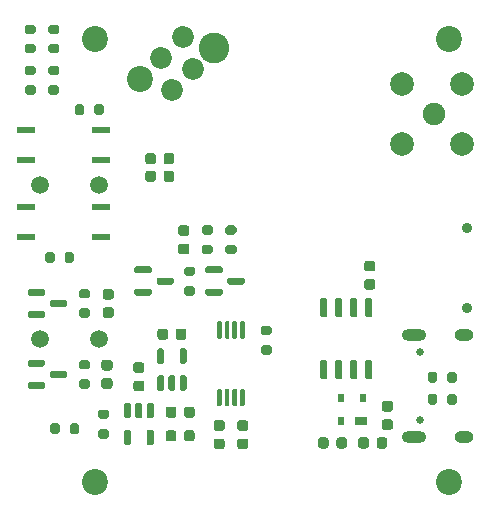
<source format=gbr>
G04 #@! TF.GenerationSoftware,KiCad,Pcbnew,7.0.3*
G04 #@! TF.CreationDate,2023-05-21T14:10:43+02:00*
G04 #@! TF.ProjectId,ultramote,756c7472-616d-46f7-9465-2e6b69636164,0.2a*
G04 #@! TF.SameCoordinates,Original*
G04 #@! TF.FileFunction,Soldermask,Bot*
G04 #@! TF.FilePolarity,Negative*
%FSLAX46Y46*%
G04 Gerber Fmt 4.6, Leading zero omitted, Abs format (unit mm)*
G04 Created by KiCad (PCBNEW 7.0.3) date 2023-05-21 14:10:43*
%MOMM*%
%LPD*%
G01*
G04 APERTURE LIST*
%ADD10C,1.500000*%
%ADD11C,0.650000*%
%ADD12O,2.100000X1.000000*%
%ADD13O,1.600000X1.000000*%
%ADD14C,2.200000*%
%ADD15C,1.900000*%
%ADD16C,2.000000*%
%ADD17C,2.600000*%
%ADD18C,1.850000*%
%ADD19C,0.900000*%
%ADD20R,1.000000X0.700000*%
%ADD21R,0.600000X0.700000*%
%ADD22R,1.500000X0.600000*%
G04 APERTURE END LIST*
D10*
X90300000Y-84891804D03*
X95300000Y-84891804D03*
D11*
X122523461Y-91768938D03*
X122523461Y-85988938D03*
D12*
X122023461Y-93198938D03*
D13*
X126203461Y-93198938D03*
X126203461Y-84558938D03*
D12*
X122023461Y-84558938D03*
D10*
X90300000Y-71891804D03*
X95300000Y-71891804D03*
D14*
X125000000Y-59500000D03*
D15*
X123667000Y-65860000D03*
D16*
X121000000Y-68400000D03*
X126080000Y-68400000D03*
X121000000Y-63320000D03*
X126080000Y-63320000D03*
D14*
X95000000Y-97000000D03*
X98834207Y-62869741D03*
D17*
X105063818Y-60232233D03*
D18*
X102398026Y-59305923D03*
X100601974Y-61101974D03*
X101500000Y-63796051D03*
X103296051Y-62000000D03*
D14*
X95000000Y-59500000D03*
D19*
X126500000Y-75480000D03*
X126500000Y-82280000D03*
D14*
X125000000Y-97000000D03*
G36*
G01*
X93825000Y-80666804D02*
X94375000Y-80666804D01*
G75*
G02*
X94575000Y-80866804I0J-200000D01*
G01*
X94575000Y-81266804D01*
G75*
G02*
X94375000Y-81466804I-200000J0D01*
G01*
X93825000Y-81466804D01*
G75*
G02*
X93625000Y-81266804I0J200000D01*
G01*
X93625000Y-80866804D01*
G75*
G02*
X93825000Y-80666804I200000J0D01*
G01*
G37*
G36*
G01*
X93825000Y-82316804D02*
X94375000Y-82316804D01*
G75*
G02*
X94575000Y-82516804I0J-200000D01*
G01*
X94575000Y-82916804D01*
G75*
G02*
X94375000Y-83116804I-200000J0D01*
G01*
X93825000Y-83116804D01*
G75*
G02*
X93625000Y-82916804I0J200000D01*
G01*
X93625000Y-82516804D01*
G75*
G02*
X93825000Y-82316804I200000J0D01*
G01*
G37*
G36*
G01*
X98950000Y-89325000D02*
X98450000Y-89325000D01*
G75*
G02*
X98225000Y-89100000I0J225000D01*
G01*
X98225000Y-88650000D01*
G75*
G02*
X98450000Y-88425000I225000J0D01*
G01*
X98950000Y-88425000D01*
G75*
G02*
X99175000Y-88650000I0J-225000D01*
G01*
X99175000Y-89100000D01*
G75*
G02*
X98950000Y-89325000I-225000J0D01*
G01*
G37*
G36*
G01*
X98950000Y-87775000D02*
X98450000Y-87775000D01*
G75*
G02*
X98225000Y-87550000I0J225000D01*
G01*
X98225000Y-87100000D01*
G75*
G02*
X98450000Y-86875000I225000J0D01*
G01*
X98950000Y-86875000D01*
G75*
G02*
X99175000Y-87100000I0J-225000D01*
G01*
X99175000Y-87550000D01*
G75*
G02*
X98950000Y-87775000I-225000J0D01*
G01*
G37*
G36*
G01*
X102250000Y-75275000D02*
X102750000Y-75275000D01*
G75*
G02*
X102975000Y-75500000I0J-225000D01*
G01*
X102975000Y-75950000D01*
G75*
G02*
X102750000Y-76175000I-225000J0D01*
G01*
X102250000Y-76175000D01*
G75*
G02*
X102025000Y-75950000I0J225000D01*
G01*
X102025000Y-75500000D01*
G75*
G02*
X102250000Y-75275000I225000J0D01*
G01*
G37*
G36*
G01*
X102250000Y-76825000D02*
X102750000Y-76825000D01*
G75*
G02*
X102975000Y-77050000I0J-225000D01*
G01*
X102975000Y-77500000D01*
G75*
G02*
X102750000Y-77725000I-225000J0D01*
G01*
X102250000Y-77725000D01*
G75*
G02*
X102025000Y-77500000I0J225000D01*
G01*
X102025000Y-77050000D01*
G75*
G02*
X102250000Y-76825000I225000J0D01*
G01*
G37*
G36*
G01*
X89775000Y-64225000D02*
X89225000Y-64225000D01*
G75*
G02*
X89025000Y-64025000I0J200000D01*
G01*
X89025000Y-63625000D01*
G75*
G02*
X89225000Y-63425000I200000J0D01*
G01*
X89775000Y-63425000D01*
G75*
G02*
X89975000Y-63625000I0J-200000D01*
G01*
X89975000Y-64025000D01*
G75*
G02*
X89775000Y-64225000I-200000J0D01*
G01*
G37*
G36*
G01*
X89775000Y-62575000D02*
X89225000Y-62575000D01*
G75*
G02*
X89025000Y-62375000I0J200000D01*
G01*
X89025000Y-61975000D01*
G75*
G02*
X89225000Y-61775000I200000J0D01*
G01*
X89775000Y-61775000D01*
G75*
G02*
X89975000Y-61975000I0J-200000D01*
G01*
X89975000Y-62375000D01*
G75*
G02*
X89775000Y-62575000I-200000J0D01*
G01*
G37*
G36*
G01*
X97600000Y-90300000D02*
X97900000Y-90300000D01*
G75*
G02*
X98050000Y-90450000I0J-150000D01*
G01*
X98050000Y-91475000D01*
G75*
G02*
X97900000Y-91625000I-150000J0D01*
G01*
X97600000Y-91625000D01*
G75*
G02*
X97450000Y-91475000I0J150000D01*
G01*
X97450000Y-90450000D01*
G75*
G02*
X97600000Y-90300000I150000J0D01*
G01*
G37*
G36*
G01*
X98550000Y-90300000D02*
X98850000Y-90300000D01*
G75*
G02*
X99000000Y-90450000I0J-150000D01*
G01*
X99000000Y-91475000D01*
G75*
G02*
X98850000Y-91625000I-150000J0D01*
G01*
X98550000Y-91625000D01*
G75*
G02*
X98400000Y-91475000I0J150000D01*
G01*
X98400000Y-90450000D01*
G75*
G02*
X98550000Y-90300000I150000J0D01*
G01*
G37*
G36*
G01*
X99500000Y-90300000D02*
X99800000Y-90300000D01*
G75*
G02*
X99950000Y-90450000I0J-150000D01*
G01*
X99950000Y-91475000D01*
G75*
G02*
X99800000Y-91625000I-150000J0D01*
G01*
X99500000Y-91625000D01*
G75*
G02*
X99350000Y-91475000I0J150000D01*
G01*
X99350000Y-90450000D01*
G75*
G02*
X99500000Y-90300000I150000J0D01*
G01*
G37*
G36*
G01*
X99500000Y-92575000D02*
X99800000Y-92575000D01*
G75*
G02*
X99950000Y-92725000I0J-150000D01*
G01*
X99950000Y-93750000D01*
G75*
G02*
X99800000Y-93900000I-150000J0D01*
G01*
X99500000Y-93900000D01*
G75*
G02*
X99350000Y-93750000I0J150000D01*
G01*
X99350000Y-92725000D01*
G75*
G02*
X99500000Y-92575000I150000J0D01*
G01*
G37*
G36*
G01*
X97600000Y-92575000D02*
X97900000Y-92575000D01*
G75*
G02*
X98050000Y-92725000I0J-150000D01*
G01*
X98050000Y-93750000D01*
G75*
G02*
X97900000Y-93900000I-150000J0D01*
G01*
X97600000Y-93900000D01*
G75*
G02*
X97450000Y-93750000I0J150000D01*
G01*
X97450000Y-92725000D01*
G75*
G02*
X97600000Y-92575000I150000J0D01*
G01*
G37*
G36*
G01*
X104225000Y-75275000D02*
X104775000Y-75275000D01*
G75*
G02*
X104975000Y-75475000I0J-200000D01*
G01*
X104975000Y-75875000D01*
G75*
G02*
X104775000Y-76075000I-200000J0D01*
G01*
X104225000Y-76075000D01*
G75*
G02*
X104025000Y-75875000I0J200000D01*
G01*
X104025000Y-75475000D01*
G75*
G02*
X104225000Y-75275000I200000J0D01*
G01*
G37*
G36*
G01*
X104225000Y-76925000D02*
X104775000Y-76925000D01*
G75*
G02*
X104975000Y-77125000I0J-200000D01*
G01*
X104975000Y-77525000D01*
G75*
G02*
X104775000Y-77725000I-200000J0D01*
G01*
X104225000Y-77725000D01*
G75*
G02*
X104025000Y-77525000I0J200000D01*
G01*
X104025000Y-77125000D01*
G75*
G02*
X104225000Y-76925000I200000J0D01*
G01*
G37*
G36*
G01*
X93646539Y-92225000D02*
X93646539Y-92775000D01*
G75*
G02*
X93446539Y-92975000I-200000J0D01*
G01*
X93046539Y-92975000D01*
G75*
G02*
X92846539Y-92775000I0J200000D01*
G01*
X92846539Y-92225000D01*
G75*
G02*
X93046539Y-92025000I200000J0D01*
G01*
X93446539Y-92025000D01*
G75*
G02*
X93646539Y-92225000I0J-200000D01*
G01*
G37*
G36*
G01*
X91996539Y-92225000D02*
X91996539Y-92775000D01*
G75*
G02*
X91796539Y-92975000I-200000J0D01*
G01*
X91396539Y-92975000D01*
G75*
G02*
X91196539Y-92775000I0J200000D01*
G01*
X91196539Y-92225000D01*
G75*
G02*
X91396539Y-92025000I200000J0D01*
G01*
X91796539Y-92025000D01*
G75*
G02*
X91996539Y-92225000I0J-200000D01*
G01*
G37*
G36*
G01*
X123150000Y-90275000D02*
X123150000Y-89725000D01*
G75*
G02*
X123350000Y-89525000I200000J0D01*
G01*
X123750000Y-89525000D01*
G75*
G02*
X123950000Y-89725000I0J-200000D01*
G01*
X123950000Y-90275000D01*
G75*
G02*
X123750000Y-90475000I-200000J0D01*
G01*
X123350000Y-90475000D01*
G75*
G02*
X123150000Y-90275000I0J200000D01*
G01*
G37*
G36*
G01*
X124800000Y-90275000D02*
X124800000Y-89725000D01*
G75*
G02*
X125000000Y-89525000I200000J0D01*
G01*
X125400000Y-89525000D01*
G75*
G02*
X125600000Y-89725000I0J-200000D01*
G01*
X125600000Y-90275000D01*
G75*
G02*
X125400000Y-90475000I-200000J0D01*
G01*
X125000000Y-90475000D01*
G75*
G02*
X124800000Y-90275000I0J200000D01*
G01*
G37*
G36*
G01*
X104325000Y-81100000D02*
X104325000Y-80800000D01*
G75*
G02*
X104475000Y-80650000I150000J0D01*
G01*
X105650000Y-80650000D01*
G75*
G02*
X105800000Y-80800000I0J-150000D01*
G01*
X105800000Y-81100000D01*
G75*
G02*
X105650000Y-81250000I-150000J0D01*
G01*
X104475000Y-81250000D01*
G75*
G02*
X104325000Y-81100000I0J150000D01*
G01*
G37*
G36*
G01*
X104325000Y-79200000D02*
X104325000Y-78900000D01*
G75*
G02*
X104475000Y-78750000I150000J0D01*
G01*
X105650000Y-78750000D01*
G75*
G02*
X105800000Y-78900000I0J-150000D01*
G01*
X105800000Y-79200000D01*
G75*
G02*
X105650000Y-79350000I-150000J0D01*
G01*
X104475000Y-79350000D01*
G75*
G02*
X104325000Y-79200000I0J150000D01*
G01*
G37*
G36*
G01*
X106200000Y-80150000D02*
X106200000Y-79850000D01*
G75*
G02*
X106350000Y-79700000I150000J0D01*
G01*
X107525000Y-79700000D01*
G75*
G02*
X107675000Y-79850000I0J-150000D01*
G01*
X107675000Y-80150000D01*
G75*
G02*
X107525000Y-80300000I-150000J0D01*
G01*
X106350000Y-80300000D01*
G75*
G02*
X106200000Y-80150000I0J150000D01*
G01*
G37*
G36*
G01*
X89287500Y-82991804D02*
X89287500Y-82691804D01*
G75*
G02*
X89437500Y-82541804I150000J0D01*
G01*
X90612500Y-82541804D01*
G75*
G02*
X90762500Y-82691804I0J-150000D01*
G01*
X90762500Y-82991804D01*
G75*
G02*
X90612500Y-83141804I-150000J0D01*
G01*
X89437500Y-83141804D01*
G75*
G02*
X89287500Y-82991804I0J150000D01*
G01*
G37*
G36*
G01*
X89287500Y-81091804D02*
X89287500Y-80791804D01*
G75*
G02*
X89437500Y-80641804I150000J0D01*
G01*
X90612500Y-80641804D01*
G75*
G02*
X90762500Y-80791804I0J-150000D01*
G01*
X90762500Y-81091804D01*
G75*
G02*
X90612500Y-81241804I-150000J0D01*
G01*
X89437500Y-81241804D01*
G75*
G02*
X89287500Y-81091804I0J150000D01*
G01*
G37*
G36*
G01*
X91162500Y-82041804D02*
X91162500Y-81741804D01*
G75*
G02*
X91312500Y-81591804I150000J0D01*
G01*
X92487500Y-81591804D01*
G75*
G02*
X92637500Y-81741804I0J-150000D01*
G01*
X92637500Y-82041804D01*
G75*
G02*
X92487500Y-82191804I-150000J0D01*
G01*
X91312500Y-82191804D01*
G75*
G02*
X91162500Y-82041804I0J150000D01*
G01*
G37*
G36*
G01*
X101695000Y-69380000D02*
X101695000Y-69880000D01*
G75*
G02*
X101470000Y-70105000I-225000J0D01*
G01*
X101020000Y-70105000D01*
G75*
G02*
X100795000Y-69880000I0J225000D01*
G01*
X100795000Y-69380000D01*
G75*
G02*
X101020000Y-69155000I225000J0D01*
G01*
X101470000Y-69155000D01*
G75*
G02*
X101695000Y-69380000I0J-225000D01*
G01*
G37*
G36*
G01*
X100145000Y-69380000D02*
X100145000Y-69880000D01*
G75*
G02*
X99920000Y-70105000I-225000J0D01*
G01*
X99470000Y-70105000D01*
G75*
G02*
X99245000Y-69880000I0J225000D01*
G01*
X99245000Y-69380000D01*
G75*
G02*
X99470000Y-69155000I225000J0D01*
G01*
X99920000Y-69155000D01*
G75*
G02*
X100145000Y-69380000I0J-225000D01*
G01*
G37*
G36*
G01*
X105250000Y-91775000D02*
X105750000Y-91775000D01*
G75*
G02*
X105975000Y-92000000I0J-225000D01*
G01*
X105975000Y-92450000D01*
G75*
G02*
X105750000Y-92675000I-225000J0D01*
G01*
X105250000Y-92675000D01*
G75*
G02*
X105025000Y-92450000I0J225000D01*
G01*
X105025000Y-92000000D01*
G75*
G02*
X105250000Y-91775000I225000J0D01*
G01*
G37*
G36*
G01*
X105250000Y-93325000D02*
X105750000Y-93325000D01*
G75*
G02*
X105975000Y-93550000I0J-225000D01*
G01*
X105975000Y-94000000D01*
G75*
G02*
X105750000Y-94225000I-225000J0D01*
G01*
X105250000Y-94225000D01*
G75*
G02*
X105025000Y-94000000I0J225000D01*
G01*
X105025000Y-93550000D01*
G75*
G02*
X105250000Y-93325000I225000J0D01*
G01*
G37*
G36*
G01*
X94375000Y-89116804D02*
X93825000Y-89116804D01*
G75*
G02*
X93625000Y-88916804I0J200000D01*
G01*
X93625000Y-88516804D01*
G75*
G02*
X93825000Y-88316804I200000J0D01*
G01*
X94375000Y-88316804D01*
G75*
G02*
X94575000Y-88516804I0J-200000D01*
G01*
X94575000Y-88916804D01*
G75*
G02*
X94375000Y-89116804I-200000J0D01*
G01*
G37*
G36*
G01*
X94375000Y-87466804D02*
X93825000Y-87466804D01*
G75*
G02*
X93625000Y-87266804I0J200000D01*
G01*
X93625000Y-86866804D01*
G75*
G02*
X93825000Y-86666804I200000J0D01*
G01*
X94375000Y-86666804D01*
G75*
G02*
X94575000Y-86866804I0J-200000D01*
G01*
X94575000Y-87266804D01*
G75*
G02*
X94375000Y-87466804I-200000J0D01*
G01*
G37*
G36*
G01*
X103275000Y-81225000D02*
X102725000Y-81225000D01*
G75*
G02*
X102525000Y-81025000I0J200000D01*
G01*
X102525000Y-80625000D01*
G75*
G02*
X102725000Y-80425000I200000J0D01*
G01*
X103275000Y-80425000D01*
G75*
G02*
X103475000Y-80625000I0J-200000D01*
G01*
X103475000Y-81025000D01*
G75*
G02*
X103275000Y-81225000I-200000J0D01*
G01*
G37*
G36*
G01*
X103275000Y-79575000D02*
X102725000Y-79575000D01*
G75*
G02*
X102525000Y-79375000I0J200000D01*
G01*
X102525000Y-78975000D01*
G75*
G02*
X102725000Y-78775000I200000J0D01*
G01*
X103275000Y-78775000D01*
G75*
G02*
X103475000Y-78975000I0J-200000D01*
G01*
X103475000Y-79375000D01*
G75*
G02*
X103275000Y-79575000I-200000J0D01*
G01*
G37*
G36*
G01*
X105425000Y-83400000D02*
X105625000Y-83400000D01*
G75*
G02*
X105725000Y-83500000I0J-100000D01*
G01*
X105725000Y-84775000D01*
G75*
G02*
X105625000Y-84875000I-100000J0D01*
G01*
X105425000Y-84875000D01*
G75*
G02*
X105325000Y-84775000I0J100000D01*
G01*
X105325000Y-83500000D01*
G75*
G02*
X105425000Y-83400000I100000J0D01*
G01*
G37*
G36*
G01*
X106075000Y-83400000D02*
X106275000Y-83400000D01*
G75*
G02*
X106375000Y-83500000I0J-100000D01*
G01*
X106375000Y-84775000D01*
G75*
G02*
X106275000Y-84875000I-100000J0D01*
G01*
X106075000Y-84875000D01*
G75*
G02*
X105975000Y-84775000I0J100000D01*
G01*
X105975000Y-83500000D01*
G75*
G02*
X106075000Y-83400000I100000J0D01*
G01*
G37*
G36*
G01*
X106725000Y-83400000D02*
X106925000Y-83400000D01*
G75*
G02*
X107025000Y-83500000I0J-100000D01*
G01*
X107025000Y-84775000D01*
G75*
G02*
X106925000Y-84875000I-100000J0D01*
G01*
X106725000Y-84875000D01*
G75*
G02*
X106625000Y-84775000I0J100000D01*
G01*
X106625000Y-83500000D01*
G75*
G02*
X106725000Y-83400000I100000J0D01*
G01*
G37*
G36*
G01*
X107375000Y-83400000D02*
X107575000Y-83400000D01*
G75*
G02*
X107675000Y-83500000I0J-100000D01*
G01*
X107675000Y-84775000D01*
G75*
G02*
X107575000Y-84875000I-100000J0D01*
G01*
X107375000Y-84875000D01*
G75*
G02*
X107275000Y-84775000I0J100000D01*
G01*
X107275000Y-83500000D01*
G75*
G02*
X107375000Y-83400000I100000J0D01*
G01*
G37*
G36*
G01*
X107375000Y-89125000D02*
X107575000Y-89125000D01*
G75*
G02*
X107675000Y-89225000I0J-100000D01*
G01*
X107675000Y-90500000D01*
G75*
G02*
X107575000Y-90600000I-100000J0D01*
G01*
X107375000Y-90600000D01*
G75*
G02*
X107275000Y-90500000I0J100000D01*
G01*
X107275000Y-89225000D01*
G75*
G02*
X107375000Y-89125000I100000J0D01*
G01*
G37*
G36*
G01*
X106725000Y-89125000D02*
X106925000Y-89125000D01*
G75*
G02*
X107025000Y-89225000I0J-100000D01*
G01*
X107025000Y-90500000D01*
G75*
G02*
X106925000Y-90600000I-100000J0D01*
G01*
X106725000Y-90600000D01*
G75*
G02*
X106625000Y-90500000I0J100000D01*
G01*
X106625000Y-89225000D01*
G75*
G02*
X106725000Y-89125000I100000J0D01*
G01*
G37*
G36*
G01*
X106075000Y-89125000D02*
X106275000Y-89125000D01*
G75*
G02*
X106375000Y-89225000I0J-100000D01*
G01*
X106375000Y-90500000D01*
G75*
G02*
X106275000Y-90600000I-100000J0D01*
G01*
X106075000Y-90600000D01*
G75*
G02*
X105975000Y-90500000I0J100000D01*
G01*
X105975000Y-89225000D01*
G75*
G02*
X106075000Y-89125000I100000J0D01*
G01*
G37*
G36*
G01*
X105425000Y-89125000D02*
X105625000Y-89125000D01*
G75*
G02*
X105725000Y-89225000I0J-100000D01*
G01*
X105725000Y-90500000D01*
G75*
G02*
X105625000Y-90600000I-100000J0D01*
G01*
X105425000Y-90600000D01*
G75*
G02*
X105325000Y-90500000I0J100000D01*
G01*
X105325000Y-89225000D01*
G75*
G02*
X105425000Y-89125000I100000J0D01*
G01*
G37*
G36*
G01*
X95850000Y-80666804D02*
X96350000Y-80666804D01*
G75*
G02*
X96575000Y-80891804I0J-225000D01*
G01*
X96575000Y-81341804D01*
G75*
G02*
X96350000Y-81566804I-225000J0D01*
G01*
X95850000Y-81566804D01*
G75*
G02*
X95625000Y-81341804I0J225000D01*
G01*
X95625000Y-80891804D01*
G75*
G02*
X95850000Y-80666804I225000J0D01*
G01*
G37*
G36*
G01*
X95850000Y-82216804D02*
X96350000Y-82216804D01*
G75*
G02*
X96575000Y-82441804I0J-225000D01*
G01*
X96575000Y-82891804D01*
G75*
G02*
X96350000Y-83116804I-225000J0D01*
G01*
X95850000Y-83116804D01*
G75*
G02*
X95625000Y-82891804I0J225000D01*
G01*
X95625000Y-82441804D01*
G75*
G02*
X95850000Y-82216804I225000J0D01*
G01*
G37*
G36*
G01*
X109225000Y-83775000D02*
X109775000Y-83775000D01*
G75*
G02*
X109975000Y-83975000I0J-200000D01*
G01*
X109975000Y-84375000D01*
G75*
G02*
X109775000Y-84575000I-200000J0D01*
G01*
X109225000Y-84575000D01*
G75*
G02*
X109025000Y-84375000I0J200000D01*
G01*
X109025000Y-83975000D01*
G75*
G02*
X109225000Y-83775000I200000J0D01*
G01*
G37*
G36*
G01*
X109225000Y-85425000D02*
X109775000Y-85425000D01*
G75*
G02*
X109975000Y-85625000I0J-200000D01*
G01*
X109975000Y-86025000D01*
G75*
G02*
X109775000Y-86225000I-200000J0D01*
G01*
X109225000Y-86225000D01*
G75*
G02*
X109025000Y-86025000I0J200000D01*
G01*
X109025000Y-85625000D01*
G75*
G02*
X109225000Y-85425000I200000J0D01*
G01*
G37*
G36*
G01*
X98325000Y-81100000D02*
X98325000Y-80800000D01*
G75*
G02*
X98475000Y-80650000I150000J0D01*
G01*
X99650000Y-80650000D01*
G75*
G02*
X99800000Y-80800000I0J-150000D01*
G01*
X99800000Y-81100000D01*
G75*
G02*
X99650000Y-81250000I-150000J0D01*
G01*
X98475000Y-81250000D01*
G75*
G02*
X98325000Y-81100000I0J150000D01*
G01*
G37*
G36*
G01*
X98325000Y-79200000D02*
X98325000Y-78900000D01*
G75*
G02*
X98475000Y-78750000I150000J0D01*
G01*
X99650000Y-78750000D01*
G75*
G02*
X99800000Y-78900000I0J-150000D01*
G01*
X99800000Y-79200000D01*
G75*
G02*
X99650000Y-79350000I-150000J0D01*
G01*
X98475000Y-79350000D01*
G75*
G02*
X98325000Y-79200000I0J150000D01*
G01*
G37*
G36*
G01*
X100200000Y-80150000D02*
X100200000Y-79850000D01*
G75*
G02*
X100350000Y-79700000I150000J0D01*
G01*
X101525000Y-79700000D01*
G75*
G02*
X101675000Y-79850000I0J-150000D01*
G01*
X101675000Y-80150000D01*
G75*
G02*
X101525000Y-80300000I-150000J0D01*
G01*
X100350000Y-80300000D01*
G75*
G02*
X100200000Y-80150000I0J150000D01*
G01*
G37*
G36*
G01*
X100975000Y-93350000D02*
X100975000Y-92850000D01*
G75*
G02*
X101200000Y-92625000I225000J0D01*
G01*
X101650000Y-92625000D01*
G75*
G02*
X101875000Y-92850000I0J-225000D01*
G01*
X101875000Y-93350000D01*
G75*
G02*
X101650000Y-93575000I-225000J0D01*
G01*
X101200000Y-93575000D01*
G75*
G02*
X100975000Y-93350000I0J225000D01*
G01*
G37*
G36*
G01*
X102525000Y-93350000D02*
X102525000Y-92850000D01*
G75*
G02*
X102750000Y-92625000I225000J0D01*
G01*
X103200000Y-92625000D01*
G75*
G02*
X103425000Y-92850000I0J-225000D01*
G01*
X103425000Y-93350000D01*
G75*
G02*
X103200000Y-93575000I-225000J0D01*
G01*
X102750000Y-93575000D01*
G75*
G02*
X102525000Y-93350000I0J225000D01*
G01*
G37*
G36*
G01*
X116325000Y-93450000D02*
X116325000Y-93950000D01*
G75*
G02*
X116100000Y-94175000I-225000J0D01*
G01*
X115650000Y-94175000D01*
G75*
G02*
X115425000Y-93950000I0J225000D01*
G01*
X115425000Y-93450000D01*
G75*
G02*
X115650000Y-93225000I225000J0D01*
G01*
X116100000Y-93225000D01*
G75*
G02*
X116325000Y-93450000I0J-225000D01*
G01*
G37*
G36*
G01*
X114775000Y-93450000D02*
X114775000Y-93950000D01*
G75*
G02*
X114550000Y-94175000I-225000J0D01*
G01*
X114100000Y-94175000D01*
G75*
G02*
X113875000Y-93950000I0J225000D01*
G01*
X113875000Y-93450000D01*
G75*
G02*
X114100000Y-93225000I225000J0D01*
G01*
X114550000Y-93225000D01*
G75*
G02*
X114775000Y-93450000I0J-225000D01*
G01*
G37*
G36*
G01*
X118500000Y-80725000D02*
X118000000Y-80725000D01*
G75*
G02*
X117775000Y-80500000I0J225000D01*
G01*
X117775000Y-80050000D01*
G75*
G02*
X118000000Y-79825000I225000J0D01*
G01*
X118500000Y-79825000D01*
G75*
G02*
X118725000Y-80050000I0J-225000D01*
G01*
X118725000Y-80500000D01*
G75*
G02*
X118500000Y-80725000I-225000J0D01*
G01*
G37*
G36*
G01*
X118500000Y-79175000D02*
X118000000Y-79175000D01*
G75*
G02*
X117775000Y-78950000I0J225000D01*
G01*
X117775000Y-78500000D01*
G75*
G02*
X118000000Y-78275000I225000J0D01*
G01*
X118500000Y-78275000D01*
G75*
G02*
X118725000Y-78500000I0J-225000D01*
G01*
X118725000Y-78950000D01*
G75*
G02*
X118500000Y-79175000I-225000J0D01*
G01*
G37*
G36*
G01*
X93275000Y-65775000D02*
X93275000Y-65225000D01*
G75*
G02*
X93475000Y-65025000I200000J0D01*
G01*
X93875000Y-65025000D01*
G75*
G02*
X94075000Y-65225000I0J-200000D01*
G01*
X94075000Y-65775000D01*
G75*
G02*
X93875000Y-65975000I-200000J0D01*
G01*
X93475000Y-65975000D01*
G75*
G02*
X93275000Y-65775000I0J200000D01*
G01*
G37*
G36*
G01*
X94925000Y-65775000D02*
X94925000Y-65225000D01*
G75*
G02*
X95125000Y-65025000I200000J0D01*
G01*
X95525000Y-65025000D01*
G75*
G02*
X95725000Y-65225000I0J-200000D01*
G01*
X95725000Y-65775000D01*
G75*
G02*
X95525000Y-65975000I-200000J0D01*
G01*
X95125000Y-65975000D01*
G75*
G02*
X94925000Y-65775000I0J200000D01*
G01*
G37*
G36*
G01*
X91775000Y-64225000D02*
X91225000Y-64225000D01*
G75*
G02*
X91025000Y-64025000I0J200000D01*
G01*
X91025000Y-63625000D01*
G75*
G02*
X91225000Y-63425000I200000J0D01*
G01*
X91775000Y-63425000D01*
G75*
G02*
X91975000Y-63625000I0J-200000D01*
G01*
X91975000Y-64025000D01*
G75*
G02*
X91775000Y-64225000I-200000J0D01*
G01*
G37*
G36*
G01*
X91775000Y-62575000D02*
X91225000Y-62575000D01*
G75*
G02*
X91025000Y-62375000I0J200000D01*
G01*
X91025000Y-61975000D01*
G75*
G02*
X91225000Y-61775000I200000J0D01*
G01*
X91775000Y-61775000D01*
G75*
G02*
X91975000Y-61975000I0J-200000D01*
G01*
X91975000Y-62375000D01*
G75*
G02*
X91775000Y-62575000I-200000J0D01*
G01*
G37*
G36*
G01*
X91775000Y-60725000D02*
X91225000Y-60725000D01*
G75*
G02*
X91025000Y-60525000I0J200000D01*
G01*
X91025000Y-60125000D01*
G75*
G02*
X91225000Y-59925000I200000J0D01*
G01*
X91775000Y-59925000D01*
G75*
G02*
X91975000Y-60125000I0J-200000D01*
G01*
X91975000Y-60525000D01*
G75*
G02*
X91775000Y-60725000I-200000J0D01*
G01*
G37*
G36*
G01*
X91775000Y-59075000D02*
X91225000Y-59075000D01*
G75*
G02*
X91025000Y-58875000I0J200000D01*
G01*
X91025000Y-58475000D01*
G75*
G02*
X91225000Y-58275000I200000J0D01*
G01*
X91775000Y-58275000D01*
G75*
G02*
X91975000Y-58475000I0J-200000D01*
G01*
X91975000Y-58875000D01*
G75*
G02*
X91775000Y-59075000I-200000J0D01*
G01*
G37*
G36*
G01*
X101695000Y-70880000D02*
X101695000Y-71380000D01*
G75*
G02*
X101470000Y-71605000I-225000J0D01*
G01*
X101020000Y-71605000D01*
G75*
G02*
X100795000Y-71380000I0J225000D01*
G01*
X100795000Y-70880000D01*
G75*
G02*
X101020000Y-70655000I225000J0D01*
G01*
X101470000Y-70655000D01*
G75*
G02*
X101695000Y-70880000I0J-225000D01*
G01*
G37*
G36*
G01*
X100145000Y-70880000D02*
X100145000Y-71380000D01*
G75*
G02*
X99920000Y-71605000I-225000J0D01*
G01*
X99470000Y-71605000D01*
G75*
G02*
X99245000Y-71380000I0J225000D01*
G01*
X99245000Y-70880000D01*
G75*
G02*
X99470000Y-70655000I225000J0D01*
G01*
X99920000Y-70655000D01*
G75*
G02*
X100145000Y-70880000I0J-225000D01*
G01*
G37*
G36*
G01*
X106775000Y-77725000D02*
X106225000Y-77725000D01*
G75*
G02*
X106025000Y-77525000I0J200000D01*
G01*
X106025000Y-77125000D01*
G75*
G02*
X106225000Y-76925000I200000J0D01*
G01*
X106775000Y-76925000D01*
G75*
G02*
X106975000Y-77125000I0J-200000D01*
G01*
X106975000Y-77525000D01*
G75*
G02*
X106775000Y-77725000I-200000J0D01*
G01*
G37*
G36*
G01*
X106775000Y-76075000D02*
X106225000Y-76075000D01*
G75*
G02*
X106025000Y-75875000I0J200000D01*
G01*
X106025000Y-75475000D01*
G75*
G02*
X106225000Y-75275000I200000J0D01*
G01*
X106775000Y-75275000D01*
G75*
G02*
X106975000Y-75475000I0J-200000D01*
G01*
X106975000Y-75875000D01*
G75*
G02*
X106775000Y-76075000I-200000J0D01*
G01*
G37*
G36*
G01*
X117275000Y-93950000D02*
X117275000Y-93450000D01*
G75*
G02*
X117500000Y-93225000I225000J0D01*
G01*
X117950000Y-93225000D01*
G75*
G02*
X118175000Y-93450000I0J-225000D01*
G01*
X118175000Y-93950000D01*
G75*
G02*
X117950000Y-94175000I-225000J0D01*
G01*
X117500000Y-94175000D01*
G75*
G02*
X117275000Y-93950000I0J225000D01*
G01*
G37*
G36*
G01*
X118825000Y-93950000D02*
X118825000Y-93450000D01*
G75*
G02*
X119050000Y-93225000I225000J0D01*
G01*
X119500000Y-93225000D01*
G75*
G02*
X119725000Y-93450000I0J-225000D01*
G01*
X119725000Y-93950000D01*
G75*
G02*
X119500000Y-94175000I-225000J0D01*
G01*
X119050000Y-94175000D01*
G75*
G02*
X118825000Y-93950000I0J225000D01*
G01*
G37*
G36*
G01*
X102600000Y-89300000D02*
X102300000Y-89300000D01*
G75*
G02*
X102150000Y-89150000I0J150000D01*
G01*
X102150000Y-88125000D01*
G75*
G02*
X102300000Y-87975000I150000J0D01*
G01*
X102600000Y-87975000D01*
G75*
G02*
X102750000Y-88125000I0J-150000D01*
G01*
X102750000Y-89150000D01*
G75*
G02*
X102600000Y-89300000I-150000J0D01*
G01*
G37*
G36*
G01*
X101650000Y-89300000D02*
X101350000Y-89300000D01*
G75*
G02*
X101200000Y-89150000I0J150000D01*
G01*
X101200000Y-88125000D01*
G75*
G02*
X101350000Y-87975000I150000J0D01*
G01*
X101650000Y-87975000D01*
G75*
G02*
X101800000Y-88125000I0J-150000D01*
G01*
X101800000Y-89150000D01*
G75*
G02*
X101650000Y-89300000I-150000J0D01*
G01*
G37*
G36*
G01*
X100700000Y-89300000D02*
X100400000Y-89300000D01*
G75*
G02*
X100250000Y-89150000I0J150000D01*
G01*
X100250000Y-88125000D01*
G75*
G02*
X100400000Y-87975000I150000J0D01*
G01*
X100700000Y-87975000D01*
G75*
G02*
X100850000Y-88125000I0J-150000D01*
G01*
X100850000Y-89150000D01*
G75*
G02*
X100700000Y-89300000I-150000J0D01*
G01*
G37*
G36*
G01*
X100700000Y-87025000D02*
X100400000Y-87025000D01*
G75*
G02*
X100250000Y-86875000I0J150000D01*
G01*
X100250000Y-85850000D01*
G75*
G02*
X100400000Y-85700000I150000J0D01*
G01*
X100700000Y-85700000D01*
G75*
G02*
X100850000Y-85850000I0J-150000D01*
G01*
X100850000Y-86875000D01*
G75*
G02*
X100700000Y-87025000I-150000J0D01*
G01*
G37*
G36*
G01*
X102600000Y-87025000D02*
X102300000Y-87025000D01*
G75*
G02*
X102150000Y-86875000I0J150000D01*
G01*
X102150000Y-85850000D01*
G75*
G02*
X102300000Y-85700000I150000J0D01*
G01*
X102600000Y-85700000D01*
G75*
G02*
X102750000Y-85850000I0J-150000D01*
G01*
X102750000Y-86875000D01*
G75*
G02*
X102600000Y-87025000I-150000J0D01*
G01*
G37*
G36*
G01*
X89287500Y-88991804D02*
X89287500Y-88691804D01*
G75*
G02*
X89437500Y-88541804I150000J0D01*
G01*
X90612500Y-88541804D01*
G75*
G02*
X90762500Y-88691804I0J-150000D01*
G01*
X90762500Y-88991804D01*
G75*
G02*
X90612500Y-89141804I-150000J0D01*
G01*
X89437500Y-89141804D01*
G75*
G02*
X89287500Y-88991804I0J150000D01*
G01*
G37*
G36*
G01*
X89287500Y-87091804D02*
X89287500Y-86791804D01*
G75*
G02*
X89437500Y-86641804I150000J0D01*
G01*
X90612500Y-86641804D01*
G75*
G02*
X90762500Y-86791804I0J-150000D01*
G01*
X90762500Y-87091804D01*
G75*
G02*
X90612500Y-87241804I-150000J0D01*
G01*
X89437500Y-87241804D01*
G75*
G02*
X89287500Y-87091804I0J150000D01*
G01*
G37*
G36*
G01*
X91162500Y-88041804D02*
X91162500Y-87741804D01*
G75*
G02*
X91312500Y-87591804I150000J0D01*
G01*
X92487500Y-87591804D01*
G75*
G02*
X92637500Y-87741804I0J-150000D01*
G01*
X92637500Y-88041804D01*
G75*
G02*
X92487500Y-88191804I-150000J0D01*
G01*
X91312500Y-88191804D01*
G75*
G02*
X91162500Y-88041804I0J150000D01*
G01*
G37*
G36*
G01*
X95975000Y-93325000D02*
X95425000Y-93325000D01*
G75*
G02*
X95225000Y-93125000I0J200000D01*
G01*
X95225000Y-92725000D01*
G75*
G02*
X95425000Y-92525000I200000J0D01*
G01*
X95975000Y-92525000D01*
G75*
G02*
X96175000Y-92725000I0J-200000D01*
G01*
X96175000Y-93125000D01*
G75*
G02*
X95975000Y-93325000I-200000J0D01*
G01*
G37*
G36*
G01*
X95975000Y-91675000D02*
X95425000Y-91675000D01*
G75*
G02*
X95225000Y-91475000I0J200000D01*
G01*
X95225000Y-91075000D01*
G75*
G02*
X95425000Y-90875000I200000J0D01*
G01*
X95975000Y-90875000D01*
G75*
G02*
X96175000Y-91075000I0J-200000D01*
G01*
X96175000Y-91475000D01*
G75*
G02*
X95975000Y-91675000I-200000J0D01*
G01*
G37*
G36*
G01*
X100975000Y-91350000D02*
X100975000Y-90850000D01*
G75*
G02*
X101200000Y-90625000I225000J0D01*
G01*
X101650000Y-90625000D01*
G75*
G02*
X101875000Y-90850000I0J-225000D01*
G01*
X101875000Y-91350000D01*
G75*
G02*
X101650000Y-91575000I-225000J0D01*
G01*
X101200000Y-91575000D01*
G75*
G02*
X100975000Y-91350000I0J225000D01*
G01*
G37*
G36*
G01*
X102525000Y-91350000D02*
X102525000Y-90850000D01*
G75*
G02*
X102750000Y-90625000I225000J0D01*
G01*
X103200000Y-90625000D01*
G75*
G02*
X103425000Y-90850000I0J-225000D01*
G01*
X103425000Y-91350000D01*
G75*
G02*
X103200000Y-91575000I-225000J0D01*
G01*
X102750000Y-91575000D01*
G75*
G02*
X102525000Y-91350000I0J225000D01*
G01*
G37*
G36*
G01*
X90775000Y-78275000D02*
X90775000Y-77725000D01*
G75*
G02*
X90975000Y-77525000I200000J0D01*
G01*
X91375000Y-77525000D01*
G75*
G02*
X91575000Y-77725000I0J-200000D01*
G01*
X91575000Y-78275000D01*
G75*
G02*
X91375000Y-78475000I-200000J0D01*
G01*
X90975000Y-78475000D01*
G75*
G02*
X90775000Y-78275000I0J200000D01*
G01*
G37*
G36*
G01*
X92425000Y-78275000D02*
X92425000Y-77725000D01*
G75*
G02*
X92625000Y-77525000I200000J0D01*
G01*
X93025000Y-77525000D01*
G75*
G02*
X93225000Y-77725000I0J-200000D01*
G01*
X93225000Y-78275000D01*
G75*
G02*
X93025000Y-78475000I-200000J0D01*
G01*
X92625000Y-78475000D01*
G75*
G02*
X92425000Y-78275000I0J200000D01*
G01*
G37*
G36*
G01*
X119500000Y-90150000D02*
X120000000Y-90150000D01*
G75*
G02*
X120225000Y-90375000I0J-225000D01*
G01*
X120225000Y-90825000D01*
G75*
G02*
X120000000Y-91050000I-225000J0D01*
G01*
X119500000Y-91050000D01*
G75*
G02*
X119275000Y-90825000I0J225000D01*
G01*
X119275000Y-90375000D01*
G75*
G02*
X119500000Y-90150000I225000J0D01*
G01*
G37*
G36*
G01*
X119500000Y-91700000D02*
X120000000Y-91700000D01*
G75*
G02*
X120225000Y-91925000I0J-225000D01*
G01*
X120225000Y-92375000D01*
G75*
G02*
X120000000Y-92600000I-225000J0D01*
G01*
X119500000Y-92600000D01*
G75*
G02*
X119275000Y-92375000I0J225000D01*
G01*
X119275000Y-91925000D01*
G75*
G02*
X119500000Y-91700000I225000J0D01*
G01*
G37*
G36*
G01*
X96250000Y-89116804D02*
X95750000Y-89116804D01*
G75*
G02*
X95525000Y-88891804I0J225000D01*
G01*
X95525000Y-88441804D01*
G75*
G02*
X95750000Y-88216804I225000J0D01*
G01*
X96250000Y-88216804D01*
G75*
G02*
X96475000Y-88441804I0J-225000D01*
G01*
X96475000Y-88891804D01*
G75*
G02*
X96250000Y-89116804I-225000J0D01*
G01*
G37*
G36*
G01*
X96250000Y-87566804D02*
X95750000Y-87566804D01*
G75*
G02*
X95525000Y-87341804I0J225000D01*
G01*
X95525000Y-86891804D01*
G75*
G02*
X95750000Y-86666804I225000J0D01*
G01*
X96250000Y-86666804D01*
G75*
G02*
X96475000Y-86891804I0J-225000D01*
G01*
X96475000Y-87341804D01*
G75*
G02*
X96250000Y-87566804I-225000J0D01*
G01*
G37*
G36*
G01*
X102725000Y-84250000D02*
X102725000Y-84750000D01*
G75*
G02*
X102500000Y-84975000I-225000J0D01*
G01*
X102050000Y-84975000D01*
G75*
G02*
X101825000Y-84750000I0J225000D01*
G01*
X101825000Y-84250000D01*
G75*
G02*
X102050000Y-84025000I225000J0D01*
G01*
X102500000Y-84025000D01*
G75*
G02*
X102725000Y-84250000I0J-225000D01*
G01*
G37*
G36*
G01*
X101175000Y-84250000D02*
X101175000Y-84750000D01*
G75*
G02*
X100950000Y-84975000I-225000J0D01*
G01*
X100500000Y-84975000D01*
G75*
G02*
X100275000Y-84750000I0J225000D01*
G01*
X100275000Y-84250000D01*
G75*
G02*
X100500000Y-84025000I225000J0D01*
G01*
X100950000Y-84025000D01*
G75*
G02*
X101175000Y-84250000I0J-225000D01*
G01*
G37*
D20*
X117515000Y-91875000D03*
D21*
X115815000Y-91875000D03*
X115815000Y-89875000D03*
X117715000Y-89875000D03*
G36*
G01*
X125600000Y-87860000D02*
X125600000Y-88410000D01*
G75*
G02*
X125400000Y-88610000I-200000J0D01*
G01*
X125000000Y-88610000D01*
G75*
G02*
X124800000Y-88410000I0J200000D01*
G01*
X124800000Y-87860000D01*
G75*
G02*
X125000000Y-87660000I200000J0D01*
G01*
X125400000Y-87660000D01*
G75*
G02*
X125600000Y-87860000I0J-200000D01*
G01*
G37*
G36*
G01*
X123950000Y-87860000D02*
X123950000Y-88410000D01*
G75*
G02*
X123750000Y-88610000I-200000J0D01*
G01*
X123350000Y-88610000D01*
G75*
G02*
X123150000Y-88410000I0J200000D01*
G01*
X123150000Y-87860000D01*
G75*
G02*
X123350000Y-87660000I200000J0D01*
G01*
X123750000Y-87660000D01*
G75*
G02*
X123950000Y-87860000I0J-200000D01*
G01*
G37*
D22*
X95500000Y-73730001D03*
X95500000Y-76270001D03*
X89150000Y-76270001D03*
X89150000Y-73730001D03*
G36*
G01*
X118320000Y-88325000D02*
X118020000Y-88325000D01*
G75*
G02*
X117870000Y-88175000I0J150000D01*
G01*
X117870000Y-86825000D01*
G75*
G02*
X118020000Y-86675000I150000J0D01*
G01*
X118320000Y-86675000D01*
G75*
G02*
X118470000Y-86825000I0J-150000D01*
G01*
X118470000Y-88175000D01*
G75*
G02*
X118320000Y-88325000I-150000J0D01*
G01*
G37*
G36*
G01*
X117050000Y-88325000D02*
X116750000Y-88325000D01*
G75*
G02*
X116600000Y-88175000I0J150000D01*
G01*
X116600000Y-86825000D01*
G75*
G02*
X116750000Y-86675000I150000J0D01*
G01*
X117050000Y-86675000D01*
G75*
G02*
X117200000Y-86825000I0J-150000D01*
G01*
X117200000Y-88175000D01*
G75*
G02*
X117050000Y-88325000I-150000J0D01*
G01*
G37*
G36*
G01*
X115780000Y-88325000D02*
X115480000Y-88325000D01*
G75*
G02*
X115330000Y-88175000I0J150000D01*
G01*
X115330000Y-86825000D01*
G75*
G02*
X115480000Y-86675000I150000J0D01*
G01*
X115780000Y-86675000D01*
G75*
G02*
X115930000Y-86825000I0J-150000D01*
G01*
X115930000Y-88175000D01*
G75*
G02*
X115780000Y-88325000I-150000J0D01*
G01*
G37*
G36*
G01*
X114510000Y-88325000D02*
X114210000Y-88325000D01*
G75*
G02*
X114060000Y-88175000I0J150000D01*
G01*
X114060000Y-86825000D01*
G75*
G02*
X114210000Y-86675000I150000J0D01*
G01*
X114510000Y-86675000D01*
G75*
G02*
X114660000Y-86825000I0J-150000D01*
G01*
X114660000Y-88175000D01*
G75*
G02*
X114510000Y-88325000I-150000J0D01*
G01*
G37*
G36*
G01*
X114510000Y-83075000D02*
X114210000Y-83075000D01*
G75*
G02*
X114060000Y-82925000I0J150000D01*
G01*
X114060000Y-81575000D01*
G75*
G02*
X114210000Y-81425000I150000J0D01*
G01*
X114510000Y-81425000D01*
G75*
G02*
X114660000Y-81575000I0J-150000D01*
G01*
X114660000Y-82925000D01*
G75*
G02*
X114510000Y-83075000I-150000J0D01*
G01*
G37*
G36*
G01*
X115780000Y-83075000D02*
X115480000Y-83075000D01*
G75*
G02*
X115330000Y-82925000I0J150000D01*
G01*
X115330000Y-81575000D01*
G75*
G02*
X115480000Y-81425000I150000J0D01*
G01*
X115780000Y-81425000D01*
G75*
G02*
X115930000Y-81575000I0J-150000D01*
G01*
X115930000Y-82925000D01*
G75*
G02*
X115780000Y-83075000I-150000J0D01*
G01*
G37*
G36*
G01*
X117050000Y-83075000D02*
X116750000Y-83075000D01*
G75*
G02*
X116600000Y-82925000I0J150000D01*
G01*
X116600000Y-81575000D01*
G75*
G02*
X116750000Y-81425000I150000J0D01*
G01*
X117050000Y-81425000D01*
G75*
G02*
X117200000Y-81575000I0J-150000D01*
G01*
X117200000Y-82925000D01*
G75*
G02*
X117050000Y-83075000I-150000J0D01*
G01*
G37*
G36*
G01*
X118320000Y-83075000D02*
X118020000Y-83075000D01*
G75*
G02*
X117870000Y-82925000I0J150000D01*
G01*
X117870000Y-81575000D01*
G75*
G02*
X118020000Y-81425000I150000J0D01*
G01*
X118320000Y-81425000D01*
G75*
G02*
X118470000Y-81575000I0J-150000D01*
G01*
X118470000Y-82925000D01*
G75*
G02*
X118320000Y-83075000I-150000J0D01*
G01*
G37*
G36*
G01*
X89775000Y-60725000D02*
X89225000Y-60725000D01*
G75*
G02*
X89025000Y-60525000I0J200000D01*
G01*
X89025000Y-60125000D01*
G75*
G02*
X89225000Y-59925000I200000J0D01*
G01*
X89775000Y-59925000D01*
G75*
G02*
X89975000Y-60125000I0J-200000D01*
G01*
X89975000Y-60525000D01*
G75*
G02*
X89775000Y-60725000I-200000J0D01*
G01*
G37*
G36*
G01*
X89775000Y-59075000D02*
X89225000Y-59075000D01*
G75*
G02*
X89025000Y-58875000I0J200000D01*
G01*
X89025000Y-58475000D01*
G75*
G02*
X89225000Y-58275000I200000J0D01*
G01*
X89775000Y-58275000D01*
G75*
G02*
X89975000Y-58475000I0J-200000D01*
G01*
X89975000Y-58875000D01*
G75*
G02*
X89775000Y-59075000I-200000J0D01*
G01*
G37*
G36*
G01*
X107250000Y-91775000D02*
X107750000Y-91775000D01*
G75*
G02*
X107975000Y-92000000I0J-225000D01*
G01*
X107975000Y-92450000D01*
G75*
G02*
X107750000Y-92675000I-225000J0D01*
G01*
X107250000Y-92675000D01*
G75*
G02*
X107025000Y-92450000I0J225000D01*
G01*
X107025000Y-92000000D01*
G75*
G02*
X107250000Y-91775000I225000J0D01*
G01*
G37*
G36*
G01*
X107250000Y-93325000D02*
X107750000Y-93325000D01*
G75*
G02*
X107975000Y-93550000I0J-225000D01*
G01*
X107975000Y-94000000D01*
G75*
G02*
X107750000Y-94225000I-225000J0D01*
G01*
X107250000Y-94225000D01*
G75*
G02*
X107025000Y-94000000I0J225000D01*
G01*
X107025000Y-93550000D01*
G75*
G02*
X107250000Y-93325000I225000J0D01*
G01*
G37*
X95500000Y-67230001D03*
X95500000Y-69770001D03*
X89150000Y-69770001D03*
X89150000Y-67230001D03*
M02*

</source>
